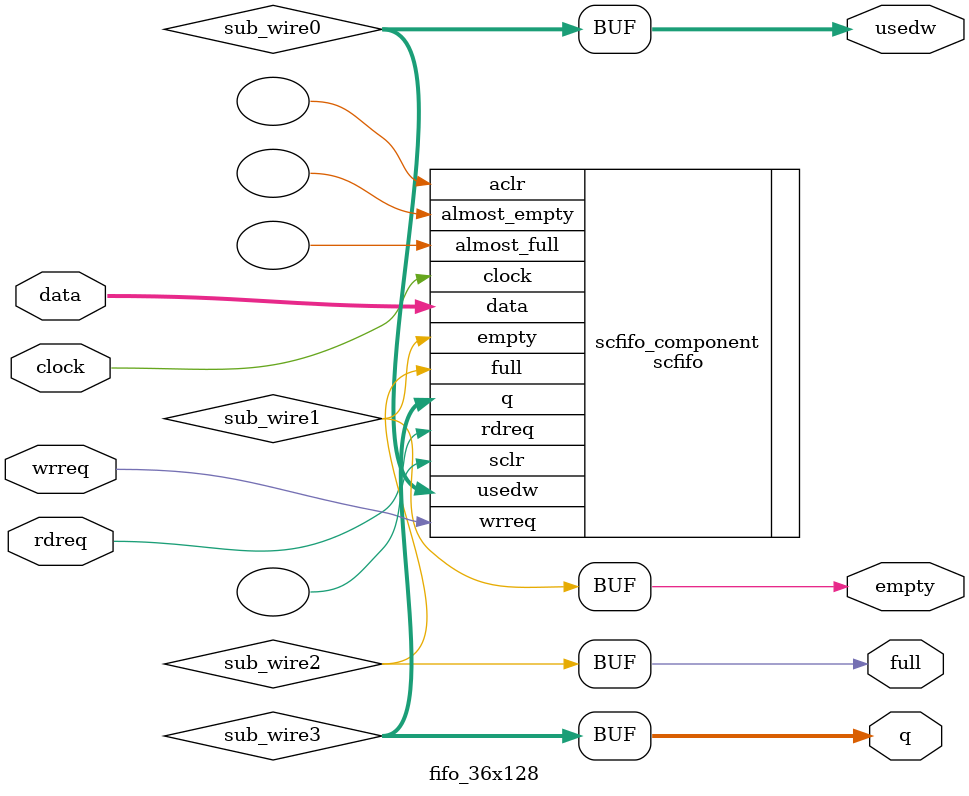
<source format=v>
module fifo_36x128 (
	clock,
	data,
	rdreq,
	wrreq,
	empty,
	full,
	q,
	usedw);
	input	  clock;
	input	[35:0]  data;
	input	  rdreq;
	input	  wrreq;
	output	  empty;
	output	  full;
	output	[35:0]  q;
	output	[6:0]  usedw;
	wire [6:0] sub_wire0;
	wire  sub_wire1;
	wire  sub_wire2;
	wire [35:0] sub_wire3;
	wire [6:0] usedw = sub_wire0[6:0];
	wire  empty = sub_wire1;
	wire  full = sub_wire2;
	wire [35:0] q = sub_wire3[35:0];
	scfifo	scfifo_component (
				.clock (clock),
				.data (data),
				.rdreq (rdreq),
				.wrreq (wrreq),
				.usedw (sub_wire0),
				.empty (sub_wire1),
				.full (sub_wire2),
				.q (sub_wire3),
				.aclr (),
				.almost_empty (),
				.almost_full (),
				.sclr ());
	defparam
		scfifo_component.add_ram_output_register = "OFF",
		scfifo_component.intended_device_family = "Arria II GX",
		scfifo_component.lpm_numwords = 128,
		scfifo_component.lpm_showahead = "OFF",
		scfifo_component.lpm_type = "scfifo",
		scfifo_component.lpm_width = 36,
		scfifo_component.lpm_widthu = 7,
		scfifo_component.overflow_checking = "OFF",
		scfifo_component.underflow_checking = "OFF",
		scfifo_component.use_eab = "ON";
endmodule
</source>
